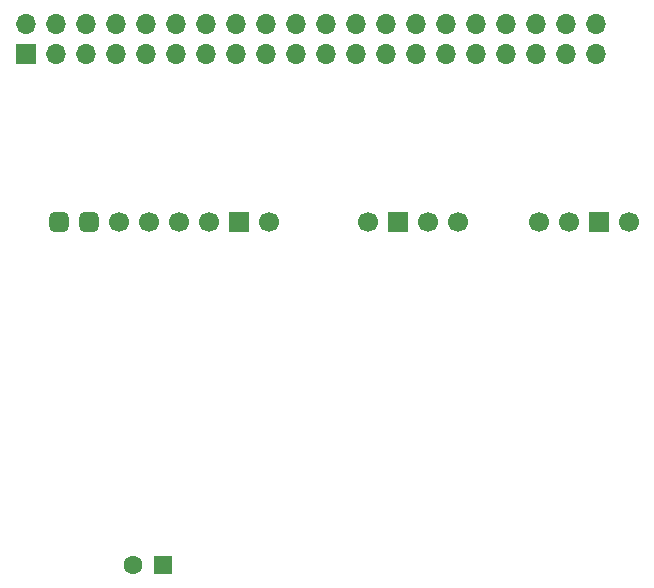
<source format=gbl>
G04 #@! TF.GenerationSoftware,KiCad,Pcbnew,9.0.1*
G04 #@! TF.CreationDate,2025-09-04T16:22:38-04:00*
G04 #@! TF.ProjectId,SensorBoxPython,53656e73-6f72-4426-9f78-507974686f6e,rev?*
G04 #@! TF.SameCoordinates,Original*
G04 #@! TF.FileFunction,Copper,L2,Bot*
G04 #@! TF.FilePolarity,Positive*
%FSLAX46Y46*%
G04 Gerber Fmt 4.6, Leading zero omitted, Abs format (unit mm)*
G04 Created by KiCad (PCBNEW 9.0.1) date 2025-09-04 16:22:38*
%MOMM*%
%LPD*%
G01*
G04 APERTURE LIST*
G04 Aperture macros list*
%AMRoundRect*
0 Rectangle with rounded corners*
0 $1 Rounding radius*
0 $2 $3 $4 $5 $6 $7 $8 $9 X,Y pos of 4 corners*
0 Add a 4 corners polygon primitive as box body*
4,1,4,$2,$3,$4,$5,$6,$7,$8,$9,$2,$3,0*
0 Add four circle primitives for the rounded corners*
1,1,$1+$1,$2,$3*
1,1,$1+$1,$4,$5*
1,1,$1+$1,$6,$7*
1,1,$1+$1,$8,$9*
0 Add four rect primitives between the rounded corners*
20,1,$1+$1,$2,$3,$4,$5,0*
20,1,$1+$1,$4,$5,$6,$7,0*
20,1,$1+$1,$6,$7,$8,$9,0*
20,1,$1+$1,$8,$9,$2,$3,0*%
G04 Aperture macros list end*
G04 #@! TA.AperFunction,ComponentPad*
%ADD10C,1.600000*%
G04 #@! TD*
G04 #@! TA.AperFunction,ComponentPad*
%ADD11R,1.600000X1.600000*%
G04 #@! TD*
G04 #@! TA.AperFunction,ComponentPad*
%ADD12C,1.700000*%
G04 #@! TD*
G04 #@! TA.AperFunction,ComponentPad*
%ADD13R,1.700000X1.700000*%
G04 #@! TD*
G04 #@! TA.AperFunction,ComponentPad*
%ADD14RoundRect,0.500000X-0.350000X0.350000X-0.350000X-0.350000X0.350000X-0.350000X0.350000X0.350000X0*%
G04 #@! TD*
G04 #@! TA.AperFunction,ComponentPad*
%ADD15O,1.700000X1.700000*%
G04 #@! TD*
G04 APERTURE END LIST*
D10*
X117500000Y-92000000D03*
D11*
X120000000Y-92000000D03*
D12*
X129000000Y-63000000D03*
D13*
X126460000Y-63000000D03*
D12*
X123920000Y-63000000D03*
X121380000Y-63000000D03*
X118840000Y-63000000D03*
X116300000Y-63000000D03*
D14*
X113760000Y-63000000D03*
X111220000Y-63000000D03*
D12*
X145000000Y-63000000D03*
X142460000Y-63000000D03*
D13*
X139920000Y-63000000D03*
D12*
X137380000Y-63000000D03*
X159460000Y-63000000D03*
D13*
X156920000Y-63000000D03*
D12*
X154380000Y-63000000D03*
X151840000Y-63000000D03*
D13*
X108370000Y-48770000D03*
D15*
X108370000Y-46230000D03*
X110910000Y-48770000D03*
X110910000Y-46230000D03*
X113450000Y-48770000D03*
X113450000Y-46230000D03*
X115990000Y-48770000D03*
X115990000Y-46230000D03*
X118530000Y-48770000D03*
X118530000Y-46230000D03*
X121070000Y-48770000D03*
X121070000Y-46230000D03*
X123610000Y-48770000D03*
X123610000Y-46230000D03*
X126150000Y-48770000D03*
X126150000Y-46230000D03*
X128690000Y-48770000D03*
X128690000Y-46230000D03*
X131230000Y-48770000D03*
X131230000Y-46230000D03*
X133770000Y-48770000D03*
X133770000Y-46230000D03*
X136310000Y-48770000D03*
X136310000Y-46230000D03*
X138850000Y-48770000D03*
X138850000Y-46230000D03*
X141390000Y-48770000D03*
X141390000Y-46230000D03*
X143930000Y-48770000D03*
X143930000Y-46230000D03*
X146470000Y-48770000D03*
X146470000Y-46230000D03*
X149010000Y-48770000D03*
X149010000Y-46230000D03*
X151550000Y-48770000D03*
X151550000Y-46230000D03*
X154090000Y-48770000D03*
X154090000Y-46230000D03*
X156630000Y-48770000D03*
X156630000Y-46230000D03*
M02*

</source>
